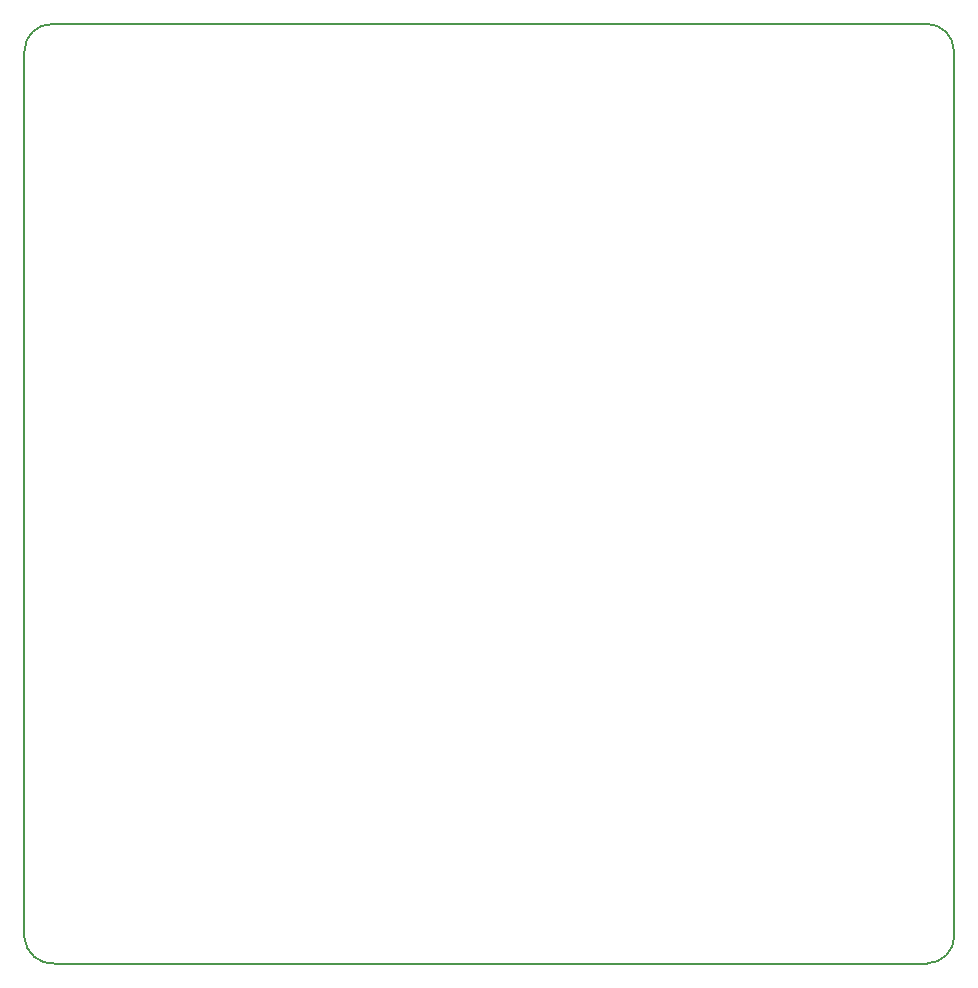
<source format=gko>
G04*
G04 #@! TF.GenerationSoftware,Altium Limited,Altium Designer,20.1.8 (145)*
G04*
G04 Layer_Color=16711935*
%FSAX24Y24*%
%MOIN*%
G70*
G04*
G04 #@! TF.SameCoordinates,548E75E3-62BA-4D27-8EBC-4AC5D718A5B1*
G04*
G04*
G04 #@! TF.FilePolarity,Positive*
G04*
G01*
G75*
%ADD21C,0.0060*%
D21*
X003069Y004580D02*
G03*
X004096Y003706I000950J000076D01*
G01*
X034057Y034120D02*
G03*
X033160Y035030I-000904J000006D01*
G01*
X033160Y003710D02*
G03*
X034071Y004630I-000005J000915D01*
G01*
X003975Y035020D02*
G03*
X003080Y034135I-000005J-000890D01*
G01*
X033151Y003706D02*
X033155Y003710D01*
X034065Y012254D02*
X034067Y012251D01*
X034070Y004688D02*
X034070Y004688D01*
X034071Y004630D01*
X034067Y012251D02*
X034070Y004688D01*
X034057Y034120D02*
X034060Y026616D01*
X003969Y035020D02*
X033160Y035030D01*
X003069Y004580D02*
X003069Y034135D01*
X004096Y003706D02*
X033151D01*
X034060Y026616D02*
X034065Y012254D01*
M02*

</source>
